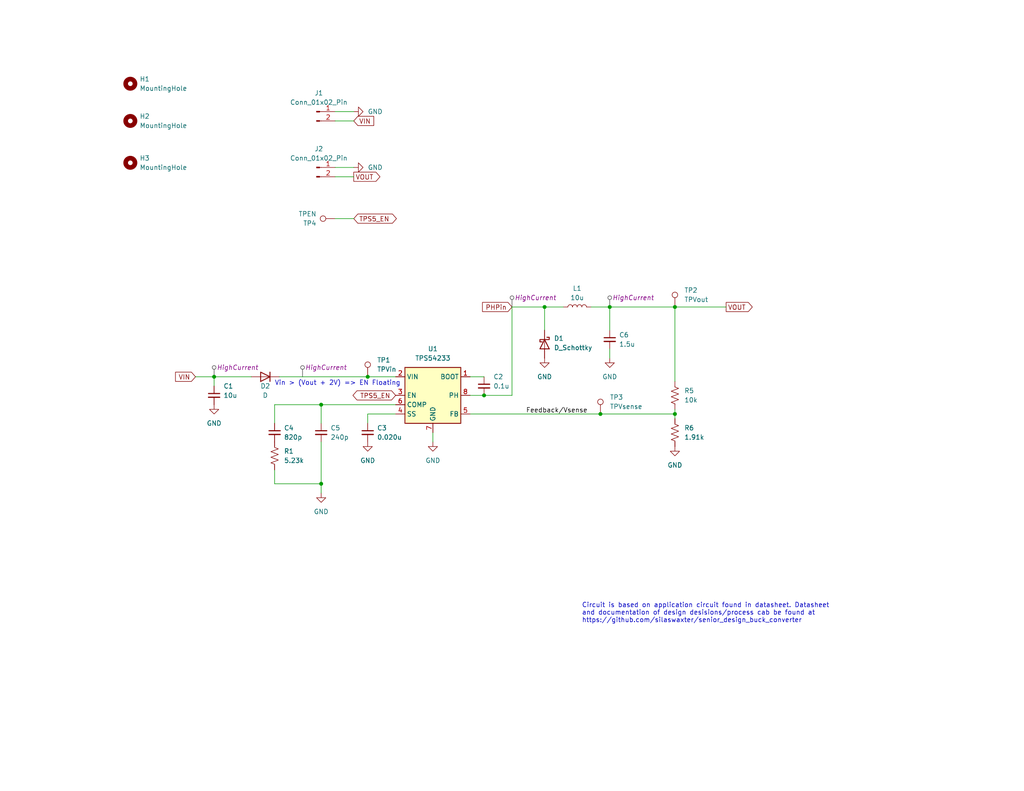
<source format=kicad_sch>
(kicad_sch (version 20230121) (generator eeschema)
  (paper "USLetter")
  (title_block (title "Buck Converter Sample") (date "2023-10-05") (rev "0.0.0") (company "GIGA CHAD INC") (comment 1 "Silas Waxter"))
  (lib_symbols
    (symbol "Connector:Conn_01x02_Pin" (pin_names (offset 1.016) hide)
      (property "Reference" "J" (at 0 2.54 0))
      (property "Value" "Conn_01x02_Pin" (at 0 -5.08 0))
      (symbol "Conn_01x02_Pin_1_1"
        (polyline (pts (xy 1.27 -2.54) (xy 0.8636 -2.54)) (stroke (width 0.1524)))
        (polyline (pts (xy 1.27 0) (xy 0.8636 0)) (stroke (width 0.1524)))
        (rectangle (start 0.8636 -2.413) (end 0 -2.667) (stroke (width 0.1524)) (fill (type outline)))
        (rectangle (start 0.8636 0.127) (end 0 -0.127) (stroke (width 0.1524)) (fill (type outline)))
        (pin passive line (at 5.08 0 180) (length 3.81) (name "Pin_1") (number "1"))
        (pin passive line (at 5.08 -2.54 180) (length 3.81) (name "Pin_2") (number "2"))
      )
    )
    (symbol "Connector:TestPoint" (pin_numbers hide) (pin_names (offset 0.762) hide)
      (property "Reference" "TP" (at 0 6.858 0))
      (property "Value" "TestPoint" (at 0 5.08 0))
      (symbol "TestPoint_0_1"
        (circle (center 0 3.302) (radius 0.762))
      )
      (symbol "TestPoint_1_1"
        (pin passive line (at 0 0 90) (length 2.54) (name "1") (number "1"))
      )
    )
    (symbol "Device:C_Small" (pin_numbers hide) (pin_names (offset 0.254) hide)
      (property "Reference" "C" (at 0.254 1.778 0))
      (property "Value" "C_Small" (at 0.254 -2.032 0))
      (symbol "C_Small_0_1"
        (polyline (pts (xy -1.524 -0.508) (xy 1.524 -0.508)) (stroke (width 0.3302)))
        (polyline (pts (xy -1.524 0.508) (xy 1.524 0.508)) (stroke (width 0.3048)))
      )
      (symbol "C_Small_1_1"
        (pin passive line (at 0 2.54 270) (length 2.032) (name "~") (number "1"))
        (pin passive line (at 0 -2.54 90) (length 2.032) (name "~") (number "2"))
      )
    )
    (symbol "Device:D" (pin_numbers hide) (pin_names (offset 1.016) hide)
      (property "Reference" "D" (at 0 2.54 0))
      (property "Value" "D" (at 0 -2.54 0))
      (symbol "D_0_1"
        (polyline (pts (xy -1.27 1.27) (xy -1.27 -1.27)) (stroke (width 0.254)))
        (polyline (pts (xy 1.27 0) (xy -1.27 0)))
        (polyline (pts (xy 1.27 1.27) (xy 1.27 -1.27) (xy -1.27 0) (xy 1.27 1.27)) (stroke (width 0.254)))
      )
      (symbol "D_1_1"
        (pin passive line (at -3.81 0 0) (length 2.54) (name "K") (number "1"))
        (pin passive line (at 3.81 0 180) (length 2.54) (name "A") (number "2"))
      )
    )
    (symbol "Device:D_Schottky" (pin_numbers hide) (pin_names (offset 1.016) hide)
      (property "Reference" "D" (at 0 2.54 0))
      (property "Value" "D_Schottky" (at 0 -2.54 0))
      (symbol "D_Schottky_0_1"
        (polyline (pts (xy 1.27 0) (xy -1.27 0)))
        (polyline (pts (xy 1.27 1.27) (xy 1.27 -1.27) (xy -1.27 0) (xy 1.27 1.27)) (stroke (width 0.254)))
        (polyline (pts (xy -1.905 0.635) (xy -1.905 1.27) (xy -1.27 1.27) (xy -1.27 -1.27) (xy -0.635 -1.27) (xy -0.635 -0.635)) (stroke (width 0.254)))
      )
      (symbol "D_Schottky_1_1"
        (pin passive line (at -3.81 0 0) (length 2.54) (name "K") (number "1"))
        (pin passive line (at 3.81 0 180) (length 2.54) (name "A") (number "2"))
      )
    )
    (symbol "Device:L" (pin_numbers hide) (pin_names (offset 1.016) hide)
      (property "Reference" "L" (at -1.27 0 90))
      (property "Value" "L" (at 1.905 0 90))
      (symbol "L_0_1"
        (arc (start 0 -2.54) (mid 0.6323 -1.905) (end 0 -1.27))
        (arc (start 0 -1.27) (mid 0.6323 -0.635) (end 0 0))
        (arc (start 0 0) (mid 0.6323 0.635) (end 0 1.27))
        (arc (start 0 1.27) (mid 0.6323 1.905) (end 0 2.54))
      )
      (symbol "L_1_1"
        (pin passive line (at 0 3.81 270) (length 1.27) (name "1") (number "1"))
        (pin passive line (at 0 -3.81 90) (length 1.27) (name "2") (number "2"))
      )
    )
    (symbol "Device:R_US" (pin_numbers hide) (pin_names (offset 0))
      (property "Reference" "R" (at 2.54 0 90))
      (property "Value" "R_US" (at -2.54 0 90))
      (symbol "R_US_0_1"
        (polyline (pts (xy 0 -2.286) (xy 0 -2.54)))
        (polyline (pts (xy 0 2.286) (xy 0 2.54)))
        (polyline (pts (xy 0 -0.762) (xy 1.016 -1.143) (xy 0 -1.524) (xy -1.016 -1.905) (xy 0 -2.286)))
        (polyline (pts (xy 0 0.762) (xy 1.016 0.381) (xy 0 0) (xy -1.016 -0.381) (xy 0 -0.762)))
        (polyline (pts (xy 0 2.286) (xy 1.016 1.905) (xy 0 1.524) (xy -1.016 1.143) (xy 0 0.762)))
      )
      (symbol "R_US_1_1"
        (pin passive line (at 0 3.81 270) (length 1.27) (name "~") (number "1"))
        (pin passive line (at 0 -3.81 90) (length 1.27) (name "~") (number "2"))
      )
    )
    (symbol "Mechanical:MountingHole" (pin_names (offset 1.016))
      (property "Reference" "H" (at 0 5.08 0))
      (property "Value" "MountingHole" (at 0 3.175 0))
      (symbol "MountingHole_0_1"
        (circle (center 0 0) (radius 1.27) (stroke (width 1.27)))
      )
    )
    (symbol "Regulator_Switching:TPS54233"
      (property "Reference" "U" (at 0 11.43 0))
      (property "Value" "TPS54233" (at 0 8.89 0))
      (symbol "TPS54233_1_1"
        (rectangle (start -7.62 7.62) (end 7.62 -7.62) (stroke (width 0.254)) (fill (type background)))
        (pin input line (at 10.16 5.08 180) (length 2.54) (name "BOOT") (number "1"))
        (pin power_in line (at -10.16 5.08 0) (length 2.54) (name "VIN") (number "2"))
        (pin input line (at -10.16 0 0) (length 2.54) (name "EN") (number "3"))
        (pin input line (at -10.16 -5.08 0) (length 2.54) (name "SS") (number "4"))
        (pin input line (at 10.16 -5.08 180) (length 2.54) (name "FB") (number "5"))
        (pin passive line (at -10.16 -2.54 0) (length 2.54) (name "COMP") (number "6"))
        (pin power_in line (at 0 -10.16 90) (length 2.54) (name "GND") (number "7"))
        (pin output line (at 10.16 0 180) (length 2.54) (name "PH") (number "8"))
      )
    )
    (symbol "power:GND" (power) (pin_names (offset 0))
      (property "Value" "GND" (at 0 -3.81 0))
      (symbol "GND_0_1"
        (polyline (pts (xy 0 0) (xy 0 -1.27) (xy 1.27 -1.27) (xy 0 -2.54) (xy -1.27 -1.27) (xy 0 -1.27)))
      )
      (symbol "GND_1_1"
        (pin power_in line (at 0 0 270) (length 0) hide (name "GND") (number "1"))
      )
    )
  )
  (junction (at 100.33 102.87))
  (junction (at 148.59 83.82))
  (junction (at 166.37 83.82))
  (junction (at 87.63 110.49))
  (junction (at 184.15 113.03))
  (junction (at 58.42 102.87))
  (junction (at 132.08 107.95))
  (junction (at 87.63 132.08))
  (junction (at 184.15 83.82))
  (junction (at 163.83 113.03))
  (wire (pts (xy 74.93 110.49) (xy 74.93 115.57)))
  (wire (pts (xy 76.2 102.87) (xy 100.33 102.87)))
  (wire (pts (xy 166.37 83.82) (xy 166.37 90.17)))
  (wire (pts (xy 96.52 45.72) (xy 91.44 45.72)))
  (wire (pts (xy 96.52 48.26) (xy 91.44 48.26)))
  (wire (pts (xy 163.83 113.03) (xy 184.15 113.03)))
  (wire (pts (xy 100.33 102.87) (xy 107.95 102.87)))
  (wire (pts (xy 53.34 102.87) (xy 58.42 102.87)))
  (wire (pts (xy 139.7 107.95) (xy 132.08 107.95)))
  (wire (pts (xy 96.52 30.48) (xy 91.44 30.48)))
  (wire (pts (xy 100.33 113.03) (xy 100.33 115.57)))
  (wire (pts (xy 184.15 113.03) (xy 184.15 114.3)))
  (wire (pts (xy 184.15 111.76) (xy 184.15 113.03)))
  (wire (pts (xy 87.63 110.49) (xy 107.95 110.49)))
  (wire (pts (xy 118.11 120.65) (xy 118.11 118.11)))
  (wire (pts (xy 184.15 83.82) (xy 198.12 83.82)))
  (wire (pts (xy 58.42 102.87) (xy 58.42 105.41)))
  (wire (pts (xy 148.59 83.82) (xy 153.67 83.82)))
  (wire (pts (xy 128.27 107.95) (xy 132.08 107.95)))
  (wire (pts (xy 96.52 59.69) (xy 91.44 59.69)))
  (wire (pts (xy 87.63 110.49) (xy 87.63 115.57)))
  (wire (pts (xy 139.7 107.95) (xy 139.7 83.82)))
  (wire (pts (xy 96.52 33.02) (xy 91.44 33.02)))
  (wire (pts (xy 74.93 128.27) (xy 74.93 132.08)))
  (wire (pts (xy 148.59 90.17) (xy 148.59 83.82)))
  (wire (pts (xy 166.37 83.82) (xy 184.15 83.82)))
  (wire (pts (xy 139.7 83.82) (xy 148.59 83.82)))
  (wire (pts (xy 74.93 110.49) (xy 87.63 110.49)))
  (wire (pts (xy 58.42 102.87) (xy 68.58 102.87)))
  (wire (pts (xy 74.93 132.08) (xy 87.63 132.08)))
  (wire (pts (xy 128.27 102.87) (xy 132.08 102.87)))
  (wire (pts (xy 184.15 83.82) (xy 184.15 104.14)))
  (wire (pts (xy 107.95 113.03) (xy 100.33 113.03)))
  (wire (pts (xy 161.29 83.82) (xy 166.37 83.82)))
  (wire (pts (xy 87.63 132.08) (xy 87.63 120.65)))
  (wire (pts (xy 87.63 134.62) (xy 87.63 132.08)))
  (wire (pts (xy 166.37 95.25) (xy 166.37 97.79)))
  (wire (pts (xy 128.27 113.03) (xy 163.83 113.03)))
  (text "Vin > (Vout + 2V) => EN Floating" (at 74.93 105.41 0) (effects (font (size 1.27 1.27)) (justify left bottom)))
  (text "Circuit is based on application circuit found in datasheet. Datasheet\nand documentation of design desisions/process cab be found at \nhttps://github.com/silaswaxter/senior_design_buck_converter" (at 158.75 170.18 0) (effects (font (size 1.27 1.27)) (justify left bottom)))
  (label "Feedback{slash}Vsense" (at 143.51 113.03 0))
  (global_label "TPS5_EN" (shape bidirectional) (at 96.52 59.69 0) (property "Intersheetrefs" "${INTERSHEET_REFS}" (effects hide)))
  (global_label "TPS5_EN" (shape bidirectional) (at 107.95 107.95 180) (property "Intersheetrefs" "${INTERSHEET_REFS}" (effects hide)))
  (global_label "PHPin" (shape input) (at 139.7 83.82 180) (property "Intersheetrefs" "${INTERSHEET_REFS}" (effects hide)))
  (global_label "VIN" (shape input) (at 96.52 33.02 0) (property "Intersheetrefs" "${INTERSHEET_REFS}" (effects hide)))
  (global_label "VIN" (shape input) (at 53.34 102.87 180) (property "Intersheetrefs" "${INTERSHEET_REFS}" (effects hide)))
  (global_label "VOUT" (shape output) (at 96.52 48.26 0) (property "Intersheetrefs" "${INTERSHEET_REFS}" (effects hide)))
  (global_label "VOUT" (shape output) (at 198.12 83.82 0) (property "Intersheetrefs" "${INTERSHEET_REFS}" (effects hide)))
  (netclass_flag "" (length 2.54) (shape round) (at 166.37 83.82 0) (property "Netclass" "HighCurrent" (at 167.0685 81.28 0) (effects (font italic) (justify left))))
  (netclass_flag "" (length 2.54) (shape round) (at 139.7 83.82 0) (property "Netclass" "HighCurrent" (at 140.3985 81.28 0) (effects (font italic) (justify left))))
  (netclass_flag "" (length 2.54) (shape round) (at 58.42 102.87 0) (property "Netclass" "HighCurrent" (at 59.1185 100.33 0) (effects (font italic) (justify left))))
  (netclass_flag "" (length 2.54) (shape round) (at 82.55 102.87 0) (property "Netclass" "HighCurrent" (at 83.2485 100.33 0) (effects (font italic) (justify left))))
  (symbol (lib_id "Device:R_US") (at 74.93 124.46 0) (unit 1)
    (property "Reference" "R1" (at 77.47 123.19 0) (effects (justify left)))
    (property "Value" "5.23k" (at 77.47 125.73 0) (effects (justify left)))
    (property "Footprint" "Resistor_SMD:R_0805_2012Metric_Pad1.20x1.40mm_HandSolder" (effects hide))
    (property "Datasheet" "https://www.yageo.com/upload/media/product/productsearch/datasheet/rchip/PYu-RC_Group_51_RoHS_L_12.pdf" (effects hide))
    (property "Digikey PN" "311-5.23KCRCT-ND" (effects hide))
  )
  (symbol (lib_id "Device:D") (at 72.39 102.87 180) (unit 1)
    (property "Reference" "D2" (at 72.39 105.41 0))
    (property "Value" "D" (at 72.39 107.95 0))
    (property "Footprint" "Diode_SMD:D_SMA" (effects hide))
    (property "Datasheet" "https://mm.digikey.com/Volume0/opasdata/d220001/medias/docus/5334/SK22A_SK26A.pdf" (effects hide))
    (property "Sim.Device" "D" (effects hide))
    (property "Sim.Pins" "1=K 2=A" (effects hide))
    (property "Digikey PN" "2616-SK26A-ND" (effects hide))
  )
  (symbol (lib_id "power:GND") (at 96.52 30.48 90) (unit 1)
    (property "Reference" "#PWR05" (effects hide))
    (property "Value" "GND" (at 100.33 30.48 90) (effects (justify right)))
  )
  (symbol (lib_id "Mechanical:MountingHole") (at 35.56 22.86 0) (unit 1)
    (property "Reference" "H1" (at 38.1 21.59 0) (effects (justify left)))
    (property "Value" "MountingHole" (at 38.1 24.13 0) (effects (justify left)))
    (property "Footprint" "MountingHole:MountingHole_2.2mm_M2" (effects hide))
    (property "Datasheet" "DNP" (effects hide))
    (property "Digikey PN" "DNP" (effects hide))
  )
  (symbol (lib_id "power:GND") (at 148.59 97.79 0) (unit 1)
    (property "Reference" "#PWR09" (effects hide))
    (property "Value" "GND" (at 148.59 102.87 0))
  )
  (symbol (lib_id "Device:R_US") (at 184.15 107.95 0) (unit 1)
    (property "Reference" "R5" (at 186.69 106.68 0) (effects (justify left)))
    (property "Value" "10k" (at 186.69 109.22 0) (effects (justify left)))
    (property "Footprint" "Resistor_SMD:R_0805_2012Metric" (effects hide))
    (property "Datasheet" "https://www.seielect.com/catalog/sei-rmcf_rmcp.pdf" (effects hide))
    (property "Digikey PN" "RMCF0805FT10K0TR-ND" (effects hide))
  )
  (symbol (lib_id "Connector:TestPoint") (at 163.83 113.03 0) (unit 1)
    (property "Reference" "TP3" (at 166.37 108.458 0) (effects (justify left)))
    (property "Value" "TPVsense" (at 166.37 110.998 0) (effects (justify left)))
    (property "Footprint" "TestPoint:TestPoint_Pad_1.5x1.5mm" (effects hide))
  )
  (symbol (lib_id "power:GND") (at 118.11 120.65 0) (unit 1)
    (property "Reference" "#PWR03" (effects hide))
    (property "Value" "GND" (at 118.11 125.73 0))
  )
  (symbol (lib_id "Regulator_Switching:TPS54233") (at 118.11 107.95 0) (unit 1)
    (property "Reference" "U1" (at 118.11 95.25 0))
    (property "Value" "TPS54233" (at 118.11 97.79 0))
    (property "Footprint" "Package_SO:SOIC-8_3.9x4.9mm_P1.27mm" (effects hide))
    (property "Datasheet" "https://www.ti.com/general/docs/suppproductinfo.tsp?distId=10&gotoUrl=https%3A%2F%2Fwww.ti.com%2Flit%2Fgpn%2Ftps54233" (effects hide))
    (property "Digikey PN" "296-23902-1-ND" (effects hide))
  )
  (symbol (lib_id "Mechanical:MountingHole") (at 35.56 33.02 0) (unit 1)
    (property "Reference" "H2" (at 38.1 31.75 0) (effects (justify left)))
    (property "Value" "MountingHole" (at 38.1 34.29 0) (effects (justify left)))
    (property "Footprint" "MountingHole:MountingHole_2.2mm_M2" (effects hide))
    (property "Datasheet" "DNP" (effects hide))
    (property "Digikey PN" "DNP" (effects hide))
  )
  (symbol (lib_id "Device:C_Small") (at 58.42 107.95 0) (unit 1)
    (property "Reference" "C1" (at 60.96 105.4163 0) (effects (justify left)))
    (property "Value" "10u" (at 60.96 107.9563 0) (effects (justify left)))
    (property "Footprint" "Capacitor_SMD:C_0805_2012Metric_Pad1.18x1.45mm_HandSolder" (effects hide))
    (property "Datasheet" "https://connect.kemet.com:7667/gateway/IntelliData-ComponentDocumentation/1.0/download/datasheet/C0805C106K3PAC7800" (effects hide))
    (property "Digikey PN" "399-11939-2-ND" (effects hide))
  )
  (symbol (lib_id "power:GND") (at 58.42 110.49 0) (unit 1)
    (property "Reference" "#PWR02" (effects hide))
    (property "Value" "GND" (at 58.42 115.57 0))
  )
  (symbol (lib_id "power:GND") (at 96.52 45.72 90) (unit 1)
    (property "Reference" "#PWR04" (effects hide))
    (property "Value" "GND" (at 100.33 45.72 90) (effects (justify right)))
  )
  (symbol (lib_id "Device:L") (at 157.48 83.82 90) (unit 1)
    (property "Reference" "L1" (at 157.48 78.74 90))
    (property "Value" "10u" (at 157.48 81.28 90))
    (property "Footprint" "Inductor_THT:L_Axial_L9.5mm_D4.0mm_P5.08mm_Vertical_Fastron_SMCC" (effects hide))
    (property "Datasheet" "https://www.tdk-electronics.tdk.com/inf/30/ds/b78108_148e.pdf" (effects hide))
    (property "Digikey PN" "495-6962-1-ND" (effects hide))
  )
  (symbol (lib_id "Device:C_Small") (at 74.93 118.11 0) (unit 1)
    (property "Reference" "C4" (at 77.47 116.8463 0) (effects (justify left)))
    (property "Value" "820p" (at 77.47 119.3863 0) (effects (justify left)))
    (property "Footprint" "Capacitor_SMD:C_0805_2012Metric_Pad1.18x1.45mm_HandSolder" (effects hide))
    (property "Datasheet" "https://www.yageo.com/upload/media/product/productsearch/datasheet/mlcc/UPY-GP_NP0_16V-to-50V_18.pdf" (effects hide))
    (property "Digikey PN" "311-3382-1-ND" (effects hide))
  )
  (symbol (lib_id "Mechanical:MountingHole") (at 35.56 44.45 0) (unit 1)
    (property "Reference" "H3" (at 38.1 43.18 0) (effects (justify left)))
    (property "Value" "MountingHole" (at 38.1 45.72 0) (effects (justify left)))
    (property "Footprint" "MountingHole:MountingHole_2.2mm_M2" (effects hide))
    (property "Datasheet" "DNP" (effects hide))
    (property "Digikey PN" "DNP" (effects hide))
  )
  (symbol (lib_id "power:GND") (at 100.33 120.65 0) (unit 1)
    (property "Reference" "#PWR01" (effects hide))
    (property "Value" "GND" (at 100.33 125.73 0))
  )
  (symbol (lib_id "power:GND") (at 184.15 121.92 0) (unit 1)
    (property "Reference" "#PWR08" (effects hide))
    (property "Value" "GND" (at 184.15 127 0))
  )
  (symbol (lib_id "Device:C_Small") (at 87.63 118.11 0) (unit 1)
    (property "Reference" "C5" (at 90.17 116.8463 0) (effects (justify left)))
    (property "Value" "240p" (at 90.17 119.3863 0) (effects (justify left)))
    (property "Footprint" "Capacitor_SMD:C_0805_2012Metric_Pad1.18x1.45mm_HandSolder" (effects hide))
    (property "Datasheet" "https://www.yageo.com/upload/media/product/productsearch/datasheet/mlcc/UPY-GP_NP0_16V-to-50V_18.pdf" (effects hide))
    (property "Digikey PN" "311-4232-1-ND" (effects hide))
  )
  (symbol (lib_id "Connector:Conn_01x02_Pin") (at 86.36 45.72 0) (unit 1)
    (property "Reference" "J2" (at 86.995 40.64 0))
    (property "Value" "Conn_01x02_Pin" (at 86.995 43.18 0))
    (property "Footprint" "Connector_JST:JST_XH_B2B-XH-AM_1x02_P2.50mm_Vertical" (effects hide))
    (property "Datasheet" "DNP" (effects hide))
    (property "Digikey PN" "DNP" (effects hide))
  )
  (symbol (lib_id "Device:C_Small") (at 166.37 92.71 0) (unit 1)
    (property "Reference" "C6" (at 168.91 91.4463 0) (effects (justify left)))
    (property "Value" "1.5u" (at 168.91 93.9863 0) (effects (justify left)))
    (property "Footprint" "Capacitor_SMD:C_0805_2012Metric_Pad1.18x1.45mm_HandSolder" (effects hide))
    (property "Datasheet" "https://www.we-online.com/katalog/datasheet/885012207023.pdf" (effects hide))
    (property "Digikey PN" "732-7655-2-ND" (effects hide))
  )
  (symbol (lib_id "power:GND") (at 166.37 97.79 0) (unit 1)
    (property "Reference" "#PWR010" (effects hide))
    (property "Value" "GND" (at 166.37 102.87 0))
  )
  (symbol (lib_id "power:GND") (at 87.63 134.62 0) (unit 1)
    (property "Reference" "#PWR011" (effects hide))
    (property "Value" "GND" (at 87.63 139.7 0))
  )
  (symbol (lib_id "Connector:Conn_01x02_Pin") (at 86.36 30.48 0) (unit 1)
    (property "Reference" "J1" (at 86.995 25.4 0))
    (property "Value" "Conn_01x02_Pin" (at 86.995 27.94 0))
    (property "Footprint" "Connector_JST:JST_XH_B2B-XH-AM_1x02_P2.50mm_Vertical" (effects hide))
    (property "Datasheet" "DNP" (effects hide))
    (property "Digikey PN" "DNP" (effects hide))
  )
  (symbol (lib_id "Device:C_Small") (at 132.08 105.41 0) (unit 1)
    (property "Reference" "C2" (at 134.62 102.87 0) (effects (justify left)))
    (property "Value" "0.1u" (at 134.62 105.41 0) (effects (justify left)))
    (property "Footprint" "Capacitor_SMD:C_0805_2012Metric_Pad1.18x1.45mm_HandSolder" (effects hide))
    (property "Datasheet" "https://connect.kemet.com:7667/gateway/IntelliData-ComponentDocumentation/1.0/download/datasheet/C0805C104M5RACTU" (effects hide))
    (property "Digikey PN" "399-C0805C104M5RAC7800CT-ND" (effects hide))
  )
  (symbol (lib_id "Device:R_US") (at 184.15 118.11 0) (unit 1)
    (property "Reference" "R6" (at 186.69 116.84 0) (effects (justify left)))
    (property "Value" "1.91k" (at 186.69 119.38 0) (effects (justify left)))
    (property "Footprint" "Resistor_SMD:R_0805_2012Metric_Pad1.20x1.40mm_HandSolder" (effects hide))
    (property "Datasheet" "https://www.yageo.com/upload/media/product/productsearch/datasheet/rchip/PYu-RC_Group_51_RoHS_L_12.pdf" (effects hide))
    (property "Digikey PN" "311-1.91KCRTR-ND" (effects hide))
  )
  (symbol (lib_id "Connector:TestPoint") (at 184.15 83.82 0) (unit 1)
    (property "Reference" "TP2" (at 186.69 79.248 0) (effects (justify left)))
    (property "Value" "TPVout" (at 186.69 81.788 0) (effects (justify left)))
    (property "Footprint" "TestPoint:TestPoint_Pad_1.5x1.5mm" (effects hide))
  )
  (symbol (lib_id "Connector:TestPoint") (at 91.44 59.69 90) (unit 1)
    (property "Reference" "TP4" (at 86.36 60.96 90) (effects (justify left)))
    (property "Value" "TPEN" (at 86.36 58.42 90) (effects (justify left)))
    (property "Footprint" "TestPoint:TestPoint_Pad_1.5x1.5mm" (effects hide))
  )
  (symbol (lib_id "Device:C_Small") (at 100.33 118.11 0) (unit 1)
    (property "Reference" "C3" (at 102.87 116.8463 0) (effects (justify left)))
    (property "Value" "0.020u" (at 102.87 119.3863 0) (effects (justify left)))
    (property "Footprint" "Capacitor_SMD:C_0805_2012Metric_Pad1.18x1.45mm_HandSolder" (effects hide))
    (property "Datasheet" "https://datasheets.kyocera-avx.com/X7RDielectric.pdf" (effects hide))
    (property "Digikey PN" "478-08055C203KAT2ATR-ND" (effects hide))
  )
  (symbol (lib_id "Connector:TestPoint") (at 100.33 102.87 0) (unit 1)
    (property "Reference" "TP1" (at 102.87 98.298 0) (effects (justify left)))
    (property "Value" "TPVin" (at 102.87 100.838 0) (effects (justify left)))
    (property "Footprint" "TestPoint:TestPoint_Pad_1.5x1.5mm" (effects hide))
  )
  (symbol (lib_id "Device:D_Schottky") (at 148.59 93.98 270) (unit 1)
    (property "Reference" "D1" (at 151.13 92.3925 90) (effects (justify left)))
    (property "Value" "D_Schottky" (at 151.13 94.9325 90) (effects (justify left)))
    (property "Footprint" "ToshibaUS2H:US2H" (effects hide))
    (property "Datasheet" "https://toshiba.semicon-storage.com/info/CUHS20F30_datasheet_en_20190920.pdf?did=63604&prodName=CUHS20F30" (effects hide))
    (property "Digikey PN" "CUHS20F30H3FTR-ND" (effects hide))
  )
)
</source>
